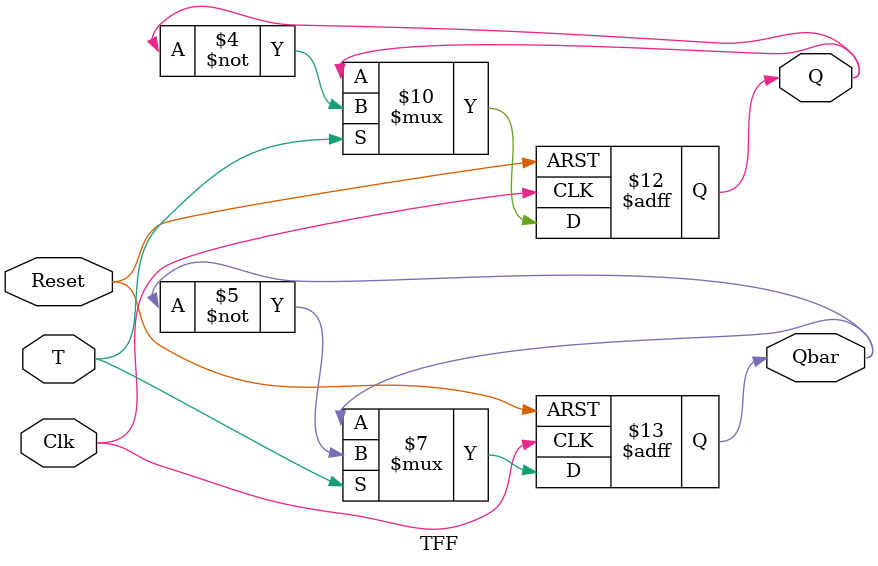
<source format=v>
`timescale 1ns / 1ps


module TFF(
    input T,
    input Clk,
    input Reset,
    output reg Q,
    output reg Qbar
    );
    always@(posedge Clk,negedge Reset)
    begin
    if(Reset==0)
    begin
    Q<=0;
    Qbar<=1;
    end
    else if(T==1)
    begin
    Q<=~Q;
    Qbar=~Qbar;
    end
    end
endmodule

</source>
